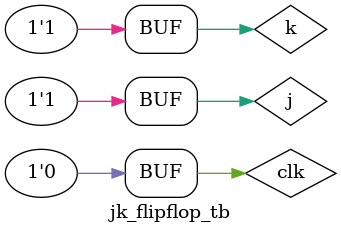
<source format=v>
module jk_flipflop(input j,k,clk, output reg q);

always@(posedge clk)begin
 case({j,k})
2'b00 : q<=q;
2'b01 : q<=0;
2'b10 : q<=1;
2'b11 : q<=~q;
endcase
end
endmodule


module jk_flipflop_tb;

reg j,k,clk;
wire q;

jk_flipflop jk(j,k,clk,q);


initial
begin 
$monitor("clk=%0b, j=%0b, k=%0b, q=%0b", clk, j, k, q);


clk=1; j=0; k=1; #10
clk=0; j=0; k=1; #10

clk=1; j=0; k=0; #10
clk=0; j=0; k=0; #10

clk=1; j=1; k=0; #10
clk=0; j=1; k=0; #10

clk=1; j=1; k=1; #10
clk=0; j=1; k=1; #10;

end
endmodule 

</source>
